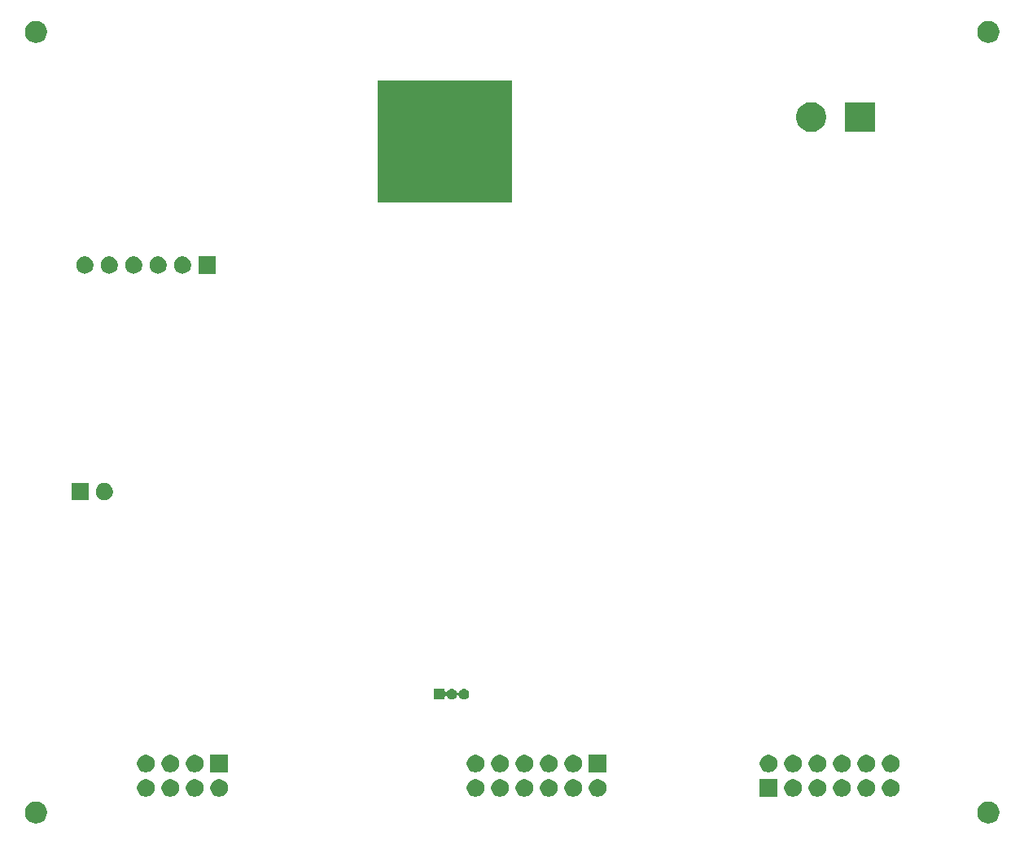
<source format=gbr>
G04 #@! TF.GenerationSoftware,KiCad,Pcbnew,(5.1.5-0-10_14)*
G04 #@! TF.CreationDate,2020-03-04T03:31:15+00:00*
G04 #@! TF.ProjectId,FunctionGeneratorCortexM4,46756e63-7469-46f6-9e47-656e65726174,rev?*
G04 #@! TF.SameCoordinates,Original*
G04 #@! TF.FileFunction,Soldermask,Bot*
G04 #@! TF.FilePolarity,Negative*
%FSLAX46Y46*%
G04 Gerber Fmt 4.6, Leading zero omitted, Abs format (unit mm)*
G04 Created by KiCad (PCBNEW (5.1.5-0-10_14)) date 2020-03-04 03:31:15*
%MOMM*%
%LPD*%
G04 APERTURE LIST*
%ADD10C,0.100000*%
G04 APERTURE END LIST*
D10*
G36*
X200884549Y-128411116D02*
G01*
X200995734Y-128433232D01*
X201205203Y-128519997D01*
X201393720Y-128645960D01*
X201554040Y-128806280D01*
X201680003Y-128994797D01*
X201766768Y-129204266D01*
X201811000Y-129426636D01*
X201811000Y-129653364D01*
X201766768Y-129875734D01*
X201680003Y-130085203D01*
X201554040Y-130273720D01*
X201393720Y-130434040D01*
X201205203Y-130560003D01*
X200995734Y-130646768D01*
X200884549Y-130668884D01*
X200773365Y-130691000D01*
X200546635Y-130691000D01*
X200435451Y-130668884D01*
X200324266Y-130646768D01*
X200114797Y-130560003D01*
X199926280Y-130434040D01*
X199765960Y-130273720D01*
X199639997Y-130085203D01*
X199553232Y-129875734D01*
X199509000Y-129653364D01*
X199509000Y-129426636D01*
X199553232Y-129204266D01*
X199639997Y-128994797D01*
X199765960Y-128806280D01*
X199926280Y-128645960D01*
X200114797Y-128519997D01*
X200324266Y-128433232D01*
X200435451Y-128411116D01*
X200546635Y-128389000D01*
X200773365Y-128389000D01*
X200884549Y-128411116D01*
G37*
G36*
X101824549Y-128411116D02*
G01*
X101935734Y-128433232D01*
X102145203Y-128519997D01*
X102333720Y-128645960D01*
X102494040Y-128806280D01*
X102620003Y-128994797D01*
X102706768Y-129204266D01*
X102751000Y-129426636D01*
X102751000Y-129653364D01*
X102706768Y-129875734D01*
X102620003Y-130085203D01*
X102494040Y-130273720D01*
X102333720Y-130434040D01*
X102145203Y-130560003D01*
X101935734Y-130646768D01*
X101824549Y-130668884D01*
X101713365Y-130691000D01*
X101486635Y-130691000D01*
X101375451Y-130668884D01*
X101264266Y-130646768D01*
X101054797Y-130560003D01*
X100866280Y-130434040D01*
X100705960Y-130273720D01*
X100579997Y-130085203D01*
X100493232Y-129875734D01*
X100449000Y-129653364D01*
X100449000Y-129426636D01*
X100493232Y-129204266D01*
X100579997Y-128994797D01*
X100705960Y-128806280D01*
X100866280Y-128645960D01*
X101054797Y-128519997D01*
X101264266Y-128433232D01*
X101375451Y-128411116D01*
X101486635Y-128389000D01*
X101713365Y-128389000D01*
X101824549Y-128411116D01*
G37*
G36*
X185686778Y-126120547D02*
G01*
X185853224Y-126189491D01*
X186003022Y-126289583D01*
X186130417Y-126416978D01*
X186230509Y-126566776D01*
X186299453Y-126733222D01*
X186334600Y-126909918D01*
X186334600Y-127090082D01*
X186299453Y-127266778D01*
X186230509Y-127433224D01*
X186130417Y-127583022D01*
X186003022Y-127710417D01*
X185853224Y-127810509D01*
X185686778Y-127879453D01*
X185510082Y-127914600D01*
X185329918Y-127914600D01*
X185153222Y-127879453D01*
X184986776Y-127810509D01*
X184836978Y-127710417D01*
X184709583Y-127583022D01*
X184609491Y-127433224D01*
X184540547Y-127266778D01*
X184505400Y-127090082D01*
X184505400Y-126909918D01*
X184540547Y-126733222D01*
X184609491Y-126566776D01*
X184709583Y-126416978D01*
X184836978Y-126289583D01*
X184986776Y-126189491D01*
X185153222Y-126120547D01*
X185329918Y-126085400D01*
X185510082Y-126085400D01*
X185686778Y-126120547D01*
G37*
G36*
X183146778Y-126120547D02*
G01*
X183313224Y-126189491D01*
X183463022Y-126289583D01*
X183590417Y-126416978D01*
X183690509Y-126566776D01*
X183759453Y-126733222D01*
X183794600Y-126909918D01*
X183794600Y-127090082D01*
X183759453Y-127266778D01*
X183690509Y-127433224D01*
X183590417Y-127583022D01*
X183463022Y-127710417D01*
X183313224Y-127810509D01*
X183146778Y-127879453D01*
X182970082Y-127914600D01*
X182789918Y-127914600D01*
X182613222Y-127879453D01*
X182446776Y-127810509D01*
X182296978Y-127710417D01*
X182169583Y-127583022D01*
X182069491Y-127433224D01*
X182000547Y-127266778D01*
X181965400Y-127090082D01*
X181965400Y-126909918D01*
X182000547Y-126733222D01*
X182069491Y-126566776D01*
X182169583Y-126416978D01*
X182296978Y-126289583D01*
X182446776Y-126189491D01*
X182613222Y-126120547D01*
X182789918Y-126085400D01*
X182970082Y-126085400D01*
X183146778Y-126120547D01*
G37*
G36*
X180606778Y-126120547D02*
G01*
X180773224Y-126189491D01*
X180923022Y-126289583D01*
X181050417Y-126416978D01*
X181150509Y-126566776D01*
X181219453Y-126733222D01*
X181254600Y-126909918D01*
X181254600Y-127090082D01*
X181219453Y-127266778D01*
X181150509Y-127433224D01*
X181050417Y-127583022D01*
X180923022Y-127710417D01*
X180773224Y-127810509D01*
X180606778Y-127879453D01*
X180430082Y-127914600D01*
X180249918Y-127914600D01*
X180073222Y-127879453D01*
X179906776Y-127810509D01*
X179756978Y-127710417D01*
X179629583Y-127583022D01*
X179529491Y-127433224D01*
X179460547Y-127266778D01*
X179425400Y-127090082D01*
X179425400Y-126909918D01*
X179460547Y-126733222D01*
X179529491Y-126566776D01*
X179629583Y-126416978D01*
X179756978Y-126289583D01*
X179906776Y-126189491D01*
X180073222Y-126120547D01*
X180249918Y-126085400D01*
X180430082Y-126085400D01*
X180606778Y-126120547D01*
G37*
G36*
X178714600Y-127914600D02*
G01*
X176885400Y-127914600D01*
X176885400Y-126085400D01*
X178714600Y-126085400D01*
X178714600Y-127914600D01*
G37*
G36*
X160286778Y-126120547D02*
G01*
X160453224Y-126189491D01*
X160603022Y-126289583D01*
X160730417Y-126416978D01*
X160830509Y-126566776D01*
X160899453Y-126733222D01*
X160934600Y-126909918D01*
X160934600Y-127090082D01*
X160899453Y-127266778D01*
X160830509Y-127433224D01*
X160730417Y-127583022D01*
X160603022Y-127710417D01*
X160453224Y-127810509D01*
X160286778Y-127879453D01*
X160110082Y-127914600D01*
X159929918Y-127914600D01*
X159753222Y-127879453D01*
X159586776Y-127810509D01*
X159436978Y-127710417D01*
X159309583Y-127583022D01*
X159209491Y-127433224D01*
X159140547Y-127266778D01*
X159105400Y-127090082D01*
X159105400Y-126909918D01*
X159140547Y-126733222D01*
X159209491Y-126566776D01*
X159309583Y-126416978D01*
X159436978Y-126289583D01*
X159586776Y-126189491D01*
X159753222Y-126120547D01*
X159929918Y-126085400D01*
X160110082Y-126085400D01*
X160286778Y-126120547D01*
G37*
G36*
X157746778Y-126120547D02*
G01*
X157913224Y-126189491D01*
X158063022Y-126289583D01*
X158190417Y-126416978D01*
X158290509Y-126566776D01*
X158359453Y-126733222D01*
X158394600Y-126909918D01*
X158394600Y-127090082D01*
X158359453Y-127266778D01*
X158290509Y-127433224D01*
X158190417Y-127583022D01*
X158063022Y-127710417D01*
X157913224Y-127810509D01*
X157746778Y-127879453D01*
X157570082Y-127914600D01*
X157389918Y-127914600D01*
X157213222Y-127879453D01*
X157046776Y-127810509D01*
X156896978Y-127710417D01*
X156769583Y-127583022D01*
X156669491Y-127433224D01*
X156600547Y-127266778D01*
X156565400Y-127090082D01*
X156565400Y-126909918D01*
X156600547Y-126733222D01*
X156669491Y-126566776D01*
X156769583Y-126416978D01*
X156896978Y-126289583D01*
X157046776Y-126189491D01*
X157213222Y-126120547D01*
X157389918Y-126085400D01*
X157570082Y-126085400D01*
X157746778Y-126120547D01*
G37*
G36*
X155206778Y-126120547D02*
G01*
X155373224Y-126189491D01*
X155523022Y-126289583D01*
X155650417Y-126416978D01*
X155750509Y-126566776D01*
X155819453Y-126733222D01*
X155854600Y-126909918D01*
X155854600Y-127090082D01*
X155819453Y-127266778D01*
X155750509Y-127433224D01*
X155650417Y-127583022D01*
X155523022Y-127710417D01*
X155373224Y-127810509D01*
X155206778Y-127879453D01*
X155030082Y-127914600D01*
X154849918Y-127914600D01*
X154673222Y-127879453D01*
X154506776Y-127810509D01*
X154356978Y-127710417D01*
X154229583Y-127583022D01*
X154129491Y-127433224D01*
X154060547Y-127266778D01*
X154025400Y-127090082D01*
X154025400Y-126909918D01*
X154060547Y-126733222D01*
X154129491Y-126566776D01*
X154229583Y-126416978D01*
X154356978Y-126289583D01*
X154506776Y-126189491D01*
X154673222Y-126120547D01*
X154849918Y-126085400D01*
X155030082Y-126085400D01*
X155206778Y-126120547D01*
G37*
G36*
X152666778Y-126120547D02*
G01*
X152833224Y-126189491D01*
X152983022Y-126289583D01*
X153110417Y-126416978D01*
X153210509Y-126566776D01*
X153279453Y-126733222D01*
X153314600Y-126909918D01*
X153314600Y-127090082D01*
X153279453Y-127266778D01*
X153210509Y-127433224D01*
X153110417Y-127583022D01*
X152983022Y-127710417D01*
X152833224Y-127810509D01*
X152666778Y-127879453D01*
X152490082Y-127914600D01*
X152309918Y-127914600D01*
X152133222Y-127879453D01*
X151966776Y-127810509D01*
X151816978Y-127710417D01*
X151689583Y-127583022D01*
X151589491Y-127433224D01*
X151520547Y-127266778D01*
X151485400Y-127090082D01*
X151485400Y-126909918D01*
X151520547Y-126733222D01*
X151589491Y-126566776D01*
X151689583Y-126416978D01*
X151816978Y-126289583D01*
X151966776Y-126189491D01*
X152133222Y-126120547D01*
X152309918Y-126085400D01*
X152490082Y-126085400D01*
X152666778Y-126120547D01*
G37*
G36*
X150126778Y-126120547D02*
G01*
X150293224Y-126189491D01*
X150443022Y-126289583D01*
X150570417Y-126416978D01*
X150670509Y-126566776D01*
X150739453Y-126733222D01*
X150774600Y-126909918D01*
X150774600Y-127090082D01*
X150739453Y-127266778D01*
X150670509Y-127433224D01*
X150570417Y-127583022D01*
X150443022Y-127710417D01*
X150293224Y-127810509D01*
X150126778Y-127879453D01*
X149950082Y-127914600D01*
X149769918Y-127914600D01*
X149593222Y-127879453D01*
X149426776Y-127810509D01*
X149276978Y-127710417D01*
X149149583Y-127583022D01*
X149049491Y-127433224D01*
X148980547Y-127266778D01*
X148945400Y-127090082D01*
X148945400Y-126909918D01*
X148980547Y-126733222D01*
X149049491Y-126566776D01*
X149149583Y-126416978D01*
X149276978Y-126289583D01*
X149426776Y-126189491D01*
X149593222Y-126120547D01*
X149769918Y-126085400D01*
X149950082Y-126085400D01*
X150126778Y-126120547D01*
G37*
G36*
X147586778Y-126120547D02*
G01*
X147753224Y-126189491D01*
X147903022Y-126289583D01*
X148030417Y-126416978D01*
X148130509Y-126566776D01*
X148199453Y-126733222D01*
X148234600Y-126909918D01*
X148234600Y-127090082D01*
X148199453Y-127266778D01*
X148130509Y-127433224D01*
X148030417Y-127583022D01*
X147903022Y-127710417D01*
X147753224Y-127810509D01*
X147586778Y-127879453D01*
X147410082Y-127914600D01*
X147229918Y-127914600D01*
X147053222Y-127879453D01*
X146886776Y-127810509D01*
X146736978Y-127710417D01*
X146609583Y-127583022D01*
X146509491Y-127433224D01*
X146440547Y-127266778D01*
X146405400Y-127090082D01*
X146405400Y-126909918D01*
X146440547Y-126733222D01*
X146509491Y-126566776D01*
X146609583Y-126416978D01*
X146736978Y-126289583D01*
X146886776Y-126189491D01*
X147053222Y-126120547D01*
X147229918Y-126085400D01*
X147410082Y-126085400D01*
X147586778Y-126120547D01*
G37*
G36*
X120916778Y-126120547D02*
G01*
X121083224Y-126189491D01*
X121233022Y-126289583D01*
X121360417Y-126416978D01*
X121460509Y-126566776D01*
X121529453Y-126733222D01*
X121564600Y-126909918D01*
X121564600Y-127090082D01*
X121529453Y-127266778D01*
X121460509Y-127433224D01*
X121360417Y-127583022D01*
X121233022Y-127710417D01*
X121083224Y-127810509D01*
X120916778Y-127879453D01*
X120740082Y-127914600D01*
X120559918Y-127914600D01*
X120383222Y-127879453D01*
X120216776Y-127810509D01*
X120066978Y-127710417D01*
X119939583Y-127583022D01*
X119839491Y-127433224D01*
X119770547Y-127266778D01*
X119735400Y-127090082D01*
X119735400Y-126909918D01*
X119770547Y-126733222D01*
X119839491Y-126566776D01*
X119939583Y-126416978D01*
X120066978Y-126289583D01*
X120216776Y-126189491D01*
X120383222Y-126120547D01*
X120559918Y-126085400D01*
X120740082Y-126085400D01*
X120916778Y-126120547D01*
G37*
G36*
X118376778Y-126120547D02*
G01*
X118543224Y-126189491D01*
X118693022Y-126289583D01*
X118820417Y-126416978D01*
X118920509Y-126566776D01*
X118989453Y-126733222D01*
X119024600Y-126909918D01*
X119024600Y-127090082D01*
X118989453Y-127266778D01*
X118920509Y-127433224D01*
X118820417Y-127583022D01*
X118693022Y-127710417D01*
X118543224Y-127810509D01*
X118376778Y-127879453D01*
X118200082Y-127914600D01*
X118019918Y-127914600D01*
X117843222Y-127879453D01*
X117676776Y-127810509D01*
X117526978Y-127710417D01*
X117399583Y-127583022D01*
X117299491Y-127433224D01*
X117230547Y-127266778D01*
X117195400Y-127090082D01*
X117195400Y-126909918D01*
X117230547Y-126733222D01*
X117299491Y-126566776D01*
X117399583Y-126416978D01*
X117526978Y-126289583D01*
X117676776Y-126189491D01*
X117843222Y-126120547D01*
X118019918Y-126085400D01*
X118200082Y-126085400D01*
X118376778Y-126120547D01*
G37*
G36*
X115836778Y-126120547D02*
G01*
X116003224Y-126189491D01*
X116153022Y-126289583D01*
X116280417Y-126416978D01*
X116380509Y-126566776D01*
X116449453Y-126733222D01*
X116484600Y-126909918D01*
X116484600Y-127090082D01*
X116449453Y-127266778D01*
X116380509Y-127433224D01*
X116280417Y-127583022D01*
X116153022Y-127710417D01*
X116003224Y-127810509D01*
X115836778Y-127879453D01*
X115660082Y-127914600D01*
X115479918Y-127914600D01*
X115303222Y-127879453D01*
X115136776Y-127810509D01*
X114986978Y-127710417D01*
X114859583Y-127583022D01*
X114759491Y-127433224D01*
X114690547Y-127266778D01*
X114655400Y-127090082D01*
X114655400Y-126909918D01*
X114690547Y-126733222D01*
X114759491Y-126566776D01*
X114859583Y-126416978D01*
X114986978Y-126289583D01*
X115136776Y-126189491D01*
X115303222Y-126120547D01*
X115479918Y-126085400D01*
X115660082Y-126085400D01*
X115836778Y-126120547D01*
G37*
G36*
X113296778Y-126120547D02*
G01*
X113463224Y-126189491D01*
X113613022Y-126289583D01*
X113740417Y-126416978D01*
X113840509Y-126566776D01*
X113909453Y-126733222D01*
X113944600Y-126909918D01*
X113944600Y-127090082D01*
X113909453Y-127266778D01*
X113840509Y-127433224D01*
X113740417Y-127583022D01*
X113613022Y-127710417D01*
X113463224Y-127810509D01*
X113296778Y-127879453D01*
X113120082Y-127914600D01*
X112939918Y-127914600D01*
X112763222Y-127879453D01*
X112596776Y-127810509D01*
X112446978Y-127710417D01*
X112319583Y-127583022D01*
X112219491Y-127433224D01*
X112150547Y-127266778D01*
X112115400Y-127090082D01*
X112115400Y-126909918D01*
X112150547Y-126733222D01*
X112219491Y-126566776D01*
X112319583Y-126416978D01*
X112446978Y-126289583D01*
X112596776Y-126189491D01*
X112763222Y-126120547D01*
X112939918Y-126085400D01*
X113120082Y-126085400D01*
X113296778Y-126120547D01*
G37*
G36*
X190766778Y-126120547D02*
G01*
X190933224Y-126189491D01*
X191083022Y-126289583D01*
X191210417Y-126416978D01*
X191310509Y-126566776D01*
X191379453Y-126733222D01*
X191414600Y-126909918D01*
X191414600Y-127090082D01*
X191379453Y-127266778D01*
X191310509Y-127433224D01*
X191210417Y-127583022D01*
X191083022Y-127710417D01*
X190933224Y-127810509D01*
X190766778Y-127879453D01*
X190590082Y-127914600D01*
X190409918Y-127914600D01*
X190233222Y-127879453D01*
X190066776Y-127810509D01*
X189916978Y-127710417D01*
X189789583Y-127583022D01*
X189689491Y-127433224D01*
X189620547Y-127266778D01*
X189585400Y-127090082D01*
X189585400Y-126909918D01*
X189620547Y-126733222D01*
X189689491Y-126566776D01*
X189789583Y-126416978D01*
X189916978Y-126289583D01*
X190066776Y-126189491D01*
X190233222Y-126120547D01*
X190409918Y-126085400D01*
X190590082Y-126085400D01*
X190766778Y-126120547D01*
G37*
G36*
X188226778Y-126120547D02*
G01*
X188393224Y-126189491D01*
X188543022Y-126289583D01*
X188670417Y-126416978D01*
X188770509Y-126566776D01*
X188839453Y-126733222D01*
X188874600Y-126909918D01*
X188874600Y-127090082D01*
X188839453Y-127266778D01*
X188770509Y-127433224D01*
X188670417Y-127583022D01*
X188543022Y-127710417D01*
X188393224Y-127810509D01*
X188226778Y-127879453D01*
X188050082Y-127914600D01*
X187869918Y-127914600D01*
X187693222Y-127879453D01*
X187526776Y-127810509D01*
X187376978Y-127710417D01*
X187249583Y-127583022D01*
X187149491Y-127433224D01*
X187080547Y-127266778D01*
X187045400Y-127090082D01*
X187045400Y-126909918D01*
X187080547Y-126733222D01*
X187149491Y-126566776D01*
X187249583Y-126416978D01*
X187376978Y-126289583D01*
X187526776Y-126189491D01*
X187693222Y-126120547D01*
X187869918Y-126085400D01*
X188050082Y-126085400D01*
X188226778Y-126120547D01*
G37*
G36*
X118376778Y-123580547D02*
G01*
X118543224Y-123649491D01*
X118693022Y-123749583D01*
X118820417Y-123876978D01*
X118920509Y-124026776D01*
X118989453Y-124193222D01*
X119024600Y-124369918D01*
X119024600Y-124550082D01*
X118989453Y-124726778D01*
X118920509Y-124893224D01*
X118820417Y-125043022D01*
X118693022Y-125170417D01*
X118543224Y-125270509D01*
X118376778Y-125339453D01*
X118200082Y-125374600D01*
X118019918Y-125374600D01*
X117843222Y-125339453D01*
X117676776Y-125270509D01*
X117526978Y-125170417D01*
X117399583Y-125043022D01*
X117299491Y-124893224D01*
X117230547Y-124726778D01*
X117195400Y-124550082D01*
X117195400Y-124369918D01*
X117230547Y-124193222D01*
X117299491Y-124026776D01*
X117399583Y-123876978D01*
X117526978Y-123749583D01*
X117676776Y-123649491D01*
X117843222Y-123580547D01*
X118019918Y-123545400D01*
X118200082Y-123545400D01*
X118376778Y-123580547D01*
G37*
G36*
X113296778Y-123580547D02*
G01*
X113463224Y-123649491D01*
X113613022Y-123749583D01*
X113740417Y-123876978D01*
X113840509Y-124026776D01*
X113909453Y-124193222D01*
X113944600Y-124369918D01*
X113944600Y-124550082D01*
X113909453Y-124726778D01*
X113840509Y-124893224D01*
X113740417Y-125043022D01*
X113613022Y-125170417D01*
X113463224Y-125270509D01*
X113296778Y-125339453D01*
X113120082Y-125374600D01*
X112939918Y-125374600D01*
X112763222Y-125339453D01*
X112596776Y-125270509D01*
X112446978Y-125170417D01*
X112319583Y-125043022D01*
X112219491Y-124893224D01*
X112150547Y-124726778D01*
X112115400Y-124550082D01*
X112115400Y-124369918D01*
X112150547Y-124193222D01*
X112219491Y-124026776D01*
X112319583Y-123876978D01*
X112446978Y-123749583D01*
X112596776Y-123649491D01*
X112763222Y-123580547D01*
X112939918Y-123545400D01*
X113120082Y-123545400D01*
X113296778Y-123580547D01*
G37*
G36*
X115836778Y-123580547D02*
G01*
X116003224Y-123649491D01*
X116153022Y-123749583D01*
X116280417Y-123876978D01*
X116380509Y-124026776D01*
X116449453Y-124193222D01*
X116484600Y-124369918D01*
X116484600Y-124550082D01*
X116449453Y-124726778D01*
X116380509Y-124893224D01*
X116280417Y-125043022D01*
X116153022Y-125170417D01*
X116003224Y-125270509D01*
X115836778Y-125339453D01*
X115660082Y-125374600D01*
X115479918Y-125374600D01*
X115303222Y-125339453D01*
X115136776Y-125270509D01*
X114986978Y-125170417D01*
X114859583Y-125043022D01*
X114759491Y-124893224D01*
X114690547Y-124726778D01*
X114655400Y-124550082D01*
X114655400Y-124369918D01*
X114690547Y-124193222D01*
X114759491Y-124026776D01*
X114859583Y-123876978D01*
X114986978Y-123749583D01*
X115136776Y-123649491D01*
X115303222Y-123580547D01*
X115479918Y-123545400D01*
X115660082Y-123545400D01*
X115836778Y-123580547D01*
G37*
G36*
X160934600Y-125374600D02*
G01*
X159105400Y-125374600D01*
X159105400Y-123545400D01*
X160934600Y-123545400D01*
X160934600Y-125374600D01*
G37*
G36*
X121564600Y-125374600D02*
G01*
X119735400Y-125374600D01*
X119735400Y-123545400D01*
X121564600Y-123545400D01*
X121564600Y-125374600D01*
G37*
G36*
X157746778Y-123580547D02*
G01*
X157913224Y-123649491D01*
X158063022Y-123749583D01*
X158190417Y-123876978D01*
X158290509Y-124026776D01*
X158359453Y-124193222D01*
X158394600Y-124369918D01*
X158394600Y-124550082D01*
X158359453Y-124726778D01*
X158290509Y-124893224D01*
X158190417Y-125043022D01*
X158063022Y-125170417D01*
X157913224Y-125270509D01*
X157746778Y-125339453D01*
X157570082Y-125374600D01*
X157389918Y-125374600D01*
X157213222Y-125339453D01*
X157046776Y-125270509D01*
X156896978Y-125170417D01*
X156769583Y-125043022D01*
X156669491Y-124893224D01*
X156600547Y-124726778D01*
X156565400Y-124550082D01*
X156565400Y-124369918D01*
X156600547Y-124193222D01*
X156669491Y-124026776D01*
X156769583Y-123876978D01*
X156896978Y-123749583D01*
X157046776Y-123649491D01*
X157213222Y-123580547D01*
X157389918Y-123545400D01*
X157570082Y-123545400D01*
X157746778Y-123580547D01*
G37*
G36*
X147586778Y-123580547D02*
G01*
X147753224Y-123649491D01*
X147903022Y-123749583D01*
X148030417Y-123876978D01*
X148130509Y-124026776D01*
X148199453Y-124193222D01*
X148234600Y-124369918D01*
X148234600Y-124550082D01*
X148199453Y-124726778D01*
X148130509Y-124893224D01*
X148030417Y-125043022D01*
X147903022Y-125170417D01*
X147753224Y-125270509D01*
X147586778Y-125339453D01*
X147410082Y-125374600D01*
X147229918Y-125374600D01*
X147053222Y-125339453D01*
X146886776Y-125270509D01*
X146736978Y-125170417D01*
X146609583Y-125043022D01*
X146509491Y-124893224D01*
X146440547Y-124726778D01*
X146405400Y-124550082D01*
X146405400Y-124369918D01*
X146440547Y-124193222D01*
X146509491Y-124026776D01*
X146609583Y-123876978D01*
X146736978Y-123749583D01*
X146886776Y-123649491D01*
X147053222Y-123580547D01*
X147229918Y-123545400D01*
X147410082Y-123545400D01*
X147586778Y-123580547D01*
G37*
G36*
X155206778Y-123580547D02*
G01*
X155373224Y-123649491D01*
X155523022Y-123749583D01*
X155650417Y-123876978D01*
X155750509Y-124026776D01*
X155819453Y-124193222D01*
X155854600Y-124369918D01*
X155854600Y-124550082D01*
X155819453Y-124726778D01*
X155750509Y-124893224D01*
X155650417Y-125043022D01*
X155523022Y-125170417D01*
X155373224Y-125270509D01*
X155206778Y-125339453D01*
X155030082Y-125374600D01*
X154849918Y-125374600D01*
X154673222Y-125339453D01*
X154506776Y-125270509D01*
X154356978Y-125170417D01*
X154229583Y-125043022D01*
X154129491Y-124893224D01*
X154060547Y-124726778D01*
X154025400Y-124550082D01*
X154025400Y-124369918D01*
X154060547Y-124193222D01*
X154129491Y-124026776D01*
X154229583Y-123876978D01*
X154356978Y-123749583D01*
X154506776Y-123649491D01*
X154673222Y-123580547D01*
X154849918Y-123545400D01*
X155030082Y-123545400D01*
X155206778Y-123580547D01*
G37*
G36*
X150126778Y-123580547D02*
G01*
X150293224Y-123649491D01*
X150443022Y-123749583D01*
X150570417Y-123876978D01*
X150670509Y-124026776D01*
X150739453Y-124193222D01*
X150774600Y-124369918D01*
X150774600Y-124550082D01*
X150739453Y-124726778D01*
X150670509Y-124893224D01*
X150570417Y-125043022D01*
X150443022Y-125170417D01*
X150293224Y-125270509D01*
X150126778Y-125339453D01*
X149950082Y-125374600D01*
X149769918Y-125374600D01*
X149593222Y-125339453D01*
X149426776Y-125270509D01*
X149276978Y-125170417D01*
X149149583Y-125043022D01*
X149049491Y-124893224D01*
X148980547Y-124726778D01*
X148945400Y-124550082D01*
X148945400Y-124369918D01*
X148980547Y-124193222D01*
X149049491Y-124026776D01*
X149149583Y-123876978D01*
X149276978Y-123749583D01*
X149426776Y-123649491D01*
X149593222Y-123580547D01*
X149769918Y-123545400D01*
X149950082Y-123545400D01*
X150126778Y-123580547D01*
G37*
G36*
X152666778Y-123580547D02*
G01*
X152833224Y-123649491D01*
X152983022Y-123749583D01*
X153110417Y-123876978D01*
X153210509Y-124026776D01*
X153279453Y-124193222D01*
X153314600Y-124369918D01*
X153314600Y-124550082D01*
X153279453Y-124726778D01*
X153210509Y-124893224D01*
X153110417Y-125043022D01*
X152983022Y-125170417D01*
X152833224Y-125270509D01*
X152666778Y-125339453D01*
X152490082Y-125374600D01*
X152309918Y-125374600D01*
X152133222Y-125339453D01*
X151966776Y-125270509D01*
X151816978Y-125170417D01*
X151689583Y-125043022D01*
X151589491Y-124893224D01*
X151520547Y-124726778D01*
X151485400Y-124550082D01*
X151485400Y-124369918D01*
X151520547Y-124193222D01*
X151589491Y-124026776D01*
X151689583Y-123876978D01*
X151816978Y-123749583D01*
X151966776Y-123649491D01*
X152133222Y-123580547D01*
X152309918Y-123545400D01*
X152490082Y-123545400D01*
X152666778Y-123580547D01*
G37*
G36*
X190766778Y-123580547D02*
G01*
X190933224Y-123649491D01*
X191083022Y-123749583D01*
X191210417Y-123876978D01*
X191310509Y-124026776D01*
X191379453Y-124193222D01*
X191414600Y-124369918D01*
X191414600Y-124550082D01*
X191379453Y-124726778D01*
X191310509Y-124893224D01*
X191210417Y-125043022D01*
X191083022Y-125170417D01*
X190933224Y-125270509D01*
X190766778Y-125339453D01*
X190590082Y-125374600D01*
X190409918Y-125374600D01*
X190233222Y-125339453D01*
X190066776Y-125270509D01*
X189916978Y-125170417D01*
X189789583Y-125043022D01*
X189689491Y-124893224D01*
X189620547Y-124726778D01*
X189585400Y-124550082D01*
X189585400Y-124369918D01*
X189620547Y-124193222D01*
X189689491Y-124026776D01*
X189789583Y-123876978D01*
X189916978Y-123749583D01*
X190066776Y-123649491D01*
X190233222Y-123580547D01*
X190409918Y-123545400D01*
X190590082Y-123545400D01*
X190766778Y-123580547D01*
G37*
G36*
X188226778Y-123580547D02*
G01*
X188393224Y-123649491D01*
X188543022Y-123749583D01*
X188670417Y-123876978D01*
X188770509Y-124026776D01*
X188839453Y-124193222D01*
X188874600Y-124369918D01*
X188874600Y-124550082D01*
X188839453Y-124726778D01*
X188770509Y-124893224D01*
X188670417Y-125043022D01*
X188543022Y-125170417D01*
X188393224Y-125270509D01*
X188226778Y-125339453D01*
X188050082Y-125374600D01*
X187869918Y-125374600D01*
X187693222Y-125339453D01*
X187526776Y-125270509D01*
X187376978Y-125170417D01*
X187249583Y-125043022D01*
X187149491Y-124893224D01*
X187080547Y-124726778D01*
X187045400Y-124550082D01*
X187045400Y-124369918D01*
X187080547Y-124193222D01*
X187149491Y-124026776D01*
X187249583Y-123876978D01*
X187376978Y-123749583D01*
X187526776Y-123649491D01*
X187693222Y-123580547D01*
X187869918Y-123545400D01*
X188050082Y-123545400D01*
X188226778Y-123580547D01*
G37*
G36*
X185686778Y-123580547D02*
G01*
X185853224Y-123649491D01*
X186003022Y-123749583D01*
X186130417Y-123876978D01*
X186230509Y-124026776D01*
X186299453Y-124193222D01*
X186334600Y-124369918D01*
X186334600Y-124550082D01*
X186299453Y-124726778D01*
X186230509Y-124893224D01*
X186130417Y-125043022D01*
X186003022Y-125170417D01*
X185853224Y-125270509D01*
X185686778Y-125339453D01*
X185510082Y-125374600D01*
X185329918Y-125374600D01*
X185153222Y-125339453D01*
X184986776Y-125270509D01*
X184836978Y-125170417D01*
X184709583Y-125043022D01*
X184609491Y-124893224D01*
X184540547Y-124726778D01*
X184505400Y-124550082D01*
X184505400Y-124369918D01*
X184540547Y-124193222D01*
X184609491Y-124026776D01*
X184709583Y-123876978D01*
X184836978Y-123749583D01*
X184986776Y-123649491D01*
X185153222Y-123580547D01*
X185329918Y-123545400D01*
X185510082Y-123545400D01*
X185686778Y-123580547D01*
G37*
G36*
X178066778Y-123580547D02*
G01*
X178233224Y-123649491D01*
X178383022Y-123749583D01*
X178510417Y-123876978D01*
X178610509Y-124026776D01*
X178679453Y-124193222D01*
X178714600Y-124369918D01*
X178714600Y-124550082D01*
X178679453Y-124726778D01*
X178610509Y-124893224D01*
X178510417Y-125043022D01*
X178383022Y-125170417D01*
X178233224Y-125270509D01*
X178066778Y-125339453D01*
X177890082Y-125374600D01*
X177709918Y-125374600D01*
X177533222Y-125339453D01*
X177366776Y-125270509D01*
X177216978Y-125170417D01*
X177089583Y-125043022D01*
X176989491Y-124893224D01*
X176920547Y-124726778D01*
X176885400Y-124550082D01*
X176885400Y-124369918D01*
X176920547Y-124193222D01*
X176989491Y-124026776D01*
X177089583Y-123876978D01*
X177216978Y-123749583D01*
X177366776Y-123649491D01*
X177533222Y-123580547D01*
X177709918Y-123545400D01*
X177890082Y-123545400D01*
X178066778Y-123580547D01*
G37*
G36*
X183146778Y-123580547D02*
G01*
X183313224Y-123649491D01*
X183463022Y-123749583D01*
X183590417Y-123876978D01*
X183690509Y-124026776D01*
X183759453Y-124193222D01*
X183794600Y-124369918D01*
X183794600Y-124550082D01*
X183759453Y-124726778D01*
X183690509Y-124893224D01*
X183590417Y-125043022D01*
X183463022Y-125170417D01*
X183313224Y-125270509D01*
X183146778Y-125339453D01*
X182970082Y-125374600D01*
X182789918Y-125374600D01*
X182613222Y-125339453D01*
X182446776Y-125270509D01*
X182296978Y-125170417D01*
X182169583Y-125043022D01*
X182069491Y-124893224D01*
X182000547Y-124726778D01*
X181965400Y-124550082D01*
X181965400Y-124369918D01*
X182000547Y-124193222D01*
X182069491Y-124026776D01*
X182169583Y-123876978D01*
X182296978Y-123749583D01*
X182446776Y-123649491D01*
X182613222Y-123580547D01*
X182789918Y-123545400D01*
X182970082Y-123545400D01*
X183146778Y-123580547D01*
G37*
G36*
X180606778Y-123580547D02*
G01*
X180773224Y-123649491D01*
X180923022Y-123749583D01*
X181050417Y-123876978D01*
X181150509Y-124026776D01*
X181219453Y-124193222D01*
X181254600Y-124369918D01*
X181254600Y-124550082D01*
X181219453Y-124726778D01*
X181150509Y-124893224D01*
X181050417Y-125043022D01*
X180923022Y-125170417D01*
X180773224Y-125270509D01*
X180606778Y-125339453D01*
X180430082Y-125374600D01*
X180249918Y-125374600D01*
X180073222Y-125339453D01*
X179906776Y-125270509D01*
X179756978Y-125170417D01*
X179629583Y-125043022D01*
X179529491Y-124893224D01*
X179460547Y-124726778D01*
X179425400Y-124550082D01*
X179425400Y-124369918D01*
X179460547Y-124193222D01*
X179529491Y-124026776D01*
X179629583Y-123876978D01*
X179756978Y-123749583D01*
X179906776Y-123649491D01*
X180073222Y-123580547D01*
X180249918Y-123545400D01*
X180430082Y-123545400D01*
X180606778Y-123580547D01*
G37*
G36*
X144124500Y-116893218D02*
G01*
X144126902Y-116917604D01*
X144134015Y-116941053D01*
X144145566Y-116962664D01*
X144161111Y-116981606D01*
X144180053Y-116997151D01*
X144201664Y-117008702D01*
X144225113Y-117015815D01*
X144249499Y-117018217D01*
X144273885Y-117015815D01*
X144297334Y-117008702D01*
X144318945Y-116997151D01*
X144337887Y-116981606D01*
X144353432Y-116962664D01*
X144415509Y-116869760D01*
X144415510Y-116869758D01*
X144492258Y-116793010D01*
X144582504Y-116732710D01*
X144582505Y-116732709D01*
X144682779Y-116691174D01*
X144789230Y-116670000D01*
X144897770Y-116670000D01*
X145004221Y-116691174D01*
X145104495Y-116732709D01*
X145104496Y-116732710D01*
X145194742Y-116793010D01*
X145271490Y-116869758D01*
X145271491Y-116869760D01*
X145331791Y-116960005D01*
X145363016Y-117035389D01*
X145374567Y-117057000D01*
X145390112Y-117075941D01*
X145409054Y-117091487D01*
X145430665Y-117103038D01*
X145454114Y-117110151D01*
X145478500Y-117112553D01*
X145502886Y-117110151D01*
X145526335Y-117103038D01*
X145547946Y-117091487D01*
X145566887Y-117075942D01*
X145582433Y-117057000D01*
X145593984Y-117035389D01*
X145625209Y-116960005D01*
X145685509Y-116869760D01*
X145685510Y-116869758D01*
X145762258Y-116793010D01*
X145852504Y-116732710D01*
X145852505Y-116732709D01*
X145952779Y-116691174D01*
X146059230Y-116670000D01*
X146167770Y-116670000D01*
X146274221Y-116691174D01*
X146374495Y-116732709D01*
X146374496Y-116732710D01*
X146464742Y-116793010D01*
X146541490Y-116869758D01*
X146541491Y-116869760D01*
X146601791Y-116960005D01*
X146643326Y-117060279D01*
X146664500Y-117166730D01*
X146664500Y-117275270D01*
X146643326Y-117381721D01*
X146601791Y-117481995D01*
X146601790Y-117481996D01*
X146541490Y-117572242D01*
X146464742Y-117648990D01*
X146419312Y-117679345D01*
X146374495Y-117709291D01*
X146274221Y-117750826D01*
X146167770Y-117772000D01*
X146059230Y-117772000D01*
X145952779Y-117750826D01*
X145852505Y-117709291D01*
X145807688Y-117679345D01*
X145762258Y-117648990D01*
X145685510Y-117572242D01*
X145625210Y-117481996D01*
X145625209Y-117481995D01*
X145593984Y-117406611D01*
X145582433Y-117385000D01*
X145566888Y-117366059D01*
X145547946Y-117350513D01*
X145526335Y-117338962D01*
X145502886Y-117331849D01*
X145478500Y-117329447D01*
X145454114Y-117331849D01*
X145430665Y-117338962D01*
X145409054Y-117350513D01*
X145390113Y-117366058D01*
X145374567Y-117385000D01*
X145363016Y-117406611D01*
X145331791Y-117481995D01*
X145331790Y-117481996D01*
X145271490Y-117572242D01*
X145194742Y-117648990D01*
X145149312Y-117679345D01*
X145104495Y-117709291D01*
X145004221Y-117750826D01*
X144897770Y-117772000D01*
X144789230Y-117772000D01*
X144682779Y-117750826D01*
X144582505Y-117709291D01*
X144537688Y-117679345D01*
X144492258Y-117648990D01*
X144415510Y-117572242D01*
X144394512Y-117540816D01*
X144353432Y-117479336D01*
X144337886Y-117460394D01*
X144318944Y-117444849D01*
X144297333Y-117433298D01*
X144273885Y-117426185D01*
X144249498Y-117423783D01*
X144225112Y-117426185D01*
X144201663Y-117433298D01*
X144180053Y-117444849D01*
X144161111Y-117460395D01*
X144145566Y-117479337D01*
X144134015Y-117500948D01*
X144126902Y-117524396D01*
X144124500Y-117548782D01*
X144124500Y-117772000D01*
X143022500Y-117772000D01*
X143022500Y-116670000D01*
X144124500Y-116670000D01*
X144124500Y-116893218D01*
G37*
G36*
X108825512Y-95242927D02*
G01*
X108974812Y-95272624D01*
X109138784Y-95340544D01*
X109286354Y-95439147D01*
X109411853Y-95564646D01*
X109510456Y-95712216D01*
X109578376Y-95876188D01*
X109613000Y-96050259D01*
X109613000Y-96227741D01*
X109578376Y-96401812D01*
X109510456Y-96565784D01*
X109411853Y-96713354D01*
X109286354Y-96838853D01*
X109138784Y-96937456D01*
X108974812Y-97005376D01*
X108825512Y-97035073D01*
X108800742Y-97040000D01*
X108623258Y-97040000D01*
X108598488Y-97035073D01*
X108449188Y-97005376D01*
X108285216Y-96937456D01*
X108137646Y-96838853D01*
X108012147Y-96713354D01*
X107913544Y-96565784D01*
X107845624Y-96401812D01*
X107811000Y-96227741D01*
X107811000Y-96050259D01*
X107845624Y-95876188D01*
X107913544Y-95712216D01*
X108012147Y-95564646D01*
X108137646Y-95439147D01*
X108285216Y-95340544D01*
X108449188Y-95272624D01*
X108598488Y-95242927D01*
X108623258Y-95238000D01*
X108800742Y-95238000D01*
X108825512Y-95242927D01*
G37*
G36*
X107073000Y-97040000D02*
G01*
X105271000Y-97040000D01*
X105271000Y-95238000D01*
X107073000Y-95238000D01*
X107073000Y-97040000D01*
G37*
G36*
X106793512Y-71646327D02*
G01*
X106942812Y-71676024D01*
X107106784Y-71743944D01*
X107254354Y-71842547D01*
X107379853Y-71968046D01*
X107478456Y-72115616D01*
X107546376Y-72279588D01*
X107581000Y-72453659D01*
X107581000Y-72631141D01*
X107546376Y-72805212D01*
X107478456Y-72969184D01*
X107379853Y-73116754D01*
X107254354Y-73242253D01*
X107106784Y-73340856D01*
X106942812Y-73408776D01*
X106793512Y-73438473D01*
X106768742Y-73443400D01*
X106591258Y-73443400D01*
X106566488Y-73438473D01*
X106417188Y-73408776D01*
X106253216Y-73340856D01*
X106105646Y-73242253D01*
X105980147Y-73116754D01*
X105881544Y-72969184D01*
X105813624Y-72805212D01*
X105779000Y-72631141D01*
X105779000Y-72453659D01*
X105813624Y-72279588D01*
X105881544Y-72115616D01*
X105980147Y-71968046D01*
X106105646Y-71842547D01*
X106253216Y-71743944D01*
X106417188Y-71676024D01*
X106566488Y-71646327D01*
X106591258Y-71641400D01*
X106768742Y-71641400D01*
X106793512Y-71646327D01*
G37*
G36*
X109333512Y-71646327D02*
G01*
X109482812Y-71676024D01*
X109646784Y-71743944D01*
X109794354Y-71842547D01*
X109919853Y-71968046D01*
X110018456Y-72115616D01*
X110086376Y-72279588D01*
X110121000Y-72453659D01*
X110121000Y-72631141D01*
X110086376Y-72805212D01*
X110018456Y-72969184D01*
X109919853Y-73116754D01*
X109794354Y-73242253D01*
X109646784Y-73340856D01*
X109482812Y-73408776D01*
X109333512Y-73438473D01*
X109308742Y-73443400D01*
X109131258Y-73443400D01*
X109106488Y-73438473D01*
X108957188Y-73408776D01*
X108793216Y-73340856D01*
X108645646Y-73242253D01*
X108520147Y-73116754D01*
X108421544Y-72969184D01*
X108353624Y-72805212D01*
X108319000Y-72631141D01*
X108319000Y-72453659D01*
X108353624Y-72279588D01*
X108421544Y-72115616D01*
X108520147Y-71968046D01*
X108645646Y-71842547D01*
X108793216Y-71743944D01*
X108957188Y-71676024D01*
X109106488Y-71646327D01*
X109131258Y-71641400D01*
X109308742Y-71641400D01*
X109333512Y-71646327D01*
G37*
G36*
X111873512Y-71646327D02*
G01*
X112022812Y-71676024D01*
X112186784Y-71743944D01*
X112334354Y-71842547D01*
X112459853Y-71968046D01*
X112558456Y-72115616D01*
X112626376Y-72279588D01*
X112661000Y-72453659D01*
X112661000Y-72631141D01*
X112626376Y-72805212D01*
X112558456Y-72969184D01*
X112459853Y-73116754D01*
X112334354Y-73242253D01*
X112186784Y-73340856D01*
X112022812Y-73408776D01*
X111873512Y-73438473D01*
X111848742Y-73443400D01*
X111671258Y-73443400D01*
X111646488Y-73438473D01*
X111497188Y-73408776D01*
X111333216Y-73340856D01*
X111185646Y-73242253D01*
X111060147Y-73116754D01*
X110961544Y-72969184D01*
X110893624Y-72805212D01*
X110859000Y-72631141D01*
X110859000Y-72453659D01*
X110893624Y-72279588D01*
X110961544Y-72115616D01*
X111060147Y-71968046D01*
X111185646Y-71842547D01*
X111333216Y-71743944D01*
X111497188Y-71676024D01*
X111646488Y-71646327D01*
X111671258Y-71641400D01*
X111848742Y-71641400D01*
X111873512Y-71646327D01*
G37*
G36*
X114413512Y-71646327D02*
G01*
X114562812Y-71676024D01*
X114726784Y-71743944D01*
X114874354Y-71842547D01*
X114999853Y-71968046D01*
X115098456Y-72115616D01*
X115166376Y-72279588D01*
X115201000Y-72453659D01*
X115201000Y-72631141D01*
X115166376Y-72805212D01*
X115098456Y-72969184D01*
X114999853Y-73116754D01*
X114874354Y-73242253D01*
X114726784Y-73340856D01*
X114562812Y-73408776D01*
X114413512Y-73438473D01*
X114388742Y-73443400D01*
X114211258Y-73443400D01*
X114186488Y-73438473D01*
X114037188Y-73408776D01*
X113873216Y-73340856D01*
X113725646Y-73242253D01*
X113600147Y-73116754D01*
X113501544Y-72969184D01*
X113433624Y-72805212D01*
X113399000Y-72631141D01*
X113399000Y-72453659D01*
X113433624Y-72279588D01*
X113501544Y-72115616D01*
X113600147Y-71968046D01*
X113725646Y-71842547D01*
X113873216Y-71743944D01*
X114037188Y-71676024D01*
X114186488Y-71646327D01*
X114211258Y-71641400D01*
X114388742Y-71641400D01*
X114413512Y-71646327D01*
G37*
G36*
X116953512Y-71646327D02*
G01*
X117102812Y-71676024D01*
X117266784Y-71743944D01*
X117414354Y-71842547D01*
X117539853Y-71968046D01*
X117638456Y-72115616D01*
X117706376Y-72279588D01*
X117741000Y-72453659D01*
X117741000Y-72631141D01*
X117706376Y-72805212D01*
X117638456Y-72969184D01*
X117539853Y-73116754D01*
X117414354Y-73242253D01*
X117266784Y-73340856D01*
X117102812Y-73408776D01*
X116953512Y-73438473D01*
X116928742Y-73443400D01*
X116751258Y-73443400D01*
X116726488Y-73438473D01*
X116577188Y-73408776D01*
X116413216Y-73340856D01*
X116265646Y-73242253D01*
X116140147Y-73116754D01*
X116041544Y-72969184D01*
X115973624Y-72805212D01*
X115939000Y-72631141D01*
X115939000Y-72453659D01*
X115973624Y-72279588D01*
X116041544Y-72115616D01*
X116140147Y-71968046D01*
X116265646Y-71842547D01*
X116413216Y-71743944D01*
X116577188Y-71676024D01*
X116726488Y-71646327D01*
X116751258Y-71641400D01*
X116928742Y-71641400D01*
X116953512Y-71646327D01*
G37*
G36*
X120281000Y-73443400D02*
G01*
X118479000Y-73443400D01*
X118479000Y-71641400D01*
X120281000Y-71641400D01*
X120281000Y-73443400D01*
G37*
G36*
X151130000Y-66040000D02*
G01*
X137160000Y-66040000D01*
X137160000Y-53340000D01*
X151130000Y-53340000D01*
X151130000Y-66040000D01*
G37*
G36*
X182547585Y-55628802D02*
G01*
X182697410Y-55658604D01*
X182979674Y-55775521D01*
X183233705Y-55945259D01*
X183449741Y-56161295D01*
X183619479Y-56415326D01*
X183736396Y-56697590D01*
X183796000Y-56997240D01*
X183796000Y-57302760D01*
X183736396Y-57602410D01*
X183619479Y-57884674D01*
X183449741Y-58138705D01*
X183233705Y-58354741D01*
X182979674Y-58524479D01*
X182697410Y-58641396D01*
X182547585Y-58671198D01*
X182397761Y-58701000D01*
X182092239Y-58701000D01*
X181942415Y-58671198D01*
X181792590Y-58641396D01*
X181510326Y-58524479D01*
X181256295Y-58354741D01*
X181040259Y-58138705D01*
X180870521Y-57884674D01*
X180753604Y-57602410D01*
X180694000Y-57302760D01*
X180694000Y-56997240D01*
X180753604Y-56697590D01*
X180870521Y-56415326D01*
X181040259Y-56161295D01*
X181256295Y-55945259D01*
X181510326Y-55775521D01*
X181792590Y-55658604D01*
X181942415Y-55628802D01*
X182092239Y-55599000D01*
X182397761Y-55599000D01*
X182547585Y-55628802D01*
G37*
G36*
X188876000Y-58701000D02*
G01*
X185774000Y-58701000D01*
X185774000Y-55599000D01*
X188876000Y-55599000D01*
X188876000Y-58701000D01*
G37*
G36*
X101824549Y-47131116D02*
G01*
X101935734Y-47153232D01*
X102145203Y-47239997D01*
X102333720Y-47365960D01*
X102494040Y-47526280D01*
X102620003Y-47714797D01*
X102706768Y-47924266D01*
X102751000Y-48146636D01*
X102751000Y-48373364D01*
X102706768Y-48595734D01*
X102620003Y-48805203D01*
X102494040Y-48993720D01*
X102333720Y-49154040D01*
X102145203Y-49280003D01*
X101935734Y-49366768D01*
X101824549Y-49388884D01*
X101713365Y-49411000D01*
X101486635Y-49411000D01*
X101375451Y-49388884D01*
X101264266Y-49366768D01*
X101054797Y-49280003D01*
X100866280Y-49154040D01*
X100705960Y-48993720D01*
X100579997Y-48805203D01*
X100493232Y-48595734D01*
X100449000Y-48373364D01*
X100449000Y-48146636D01*
X100493232Y-47924266D01*
X100579997Y-47714797D01*
X100705960Y-47526280D01*
X100866280Y-47365960D01*
X101054797Y-47239997D01*
X101264266Y-47153232D01*
X101375451Y-47131116D01*
X101486635Y-47109000D01*
X101713365Y-47109000D01*
X101824549Y-47131116D01*
G37*
G36*
X200884549Y-47131116D02*
G01*
X200995734Y-47153232D01*
X201205203Y-47239997D01*
X201393720Y-47365960D01*
X201554040Y-47526280D01*
X201680003Y-47714797D01*
X201766768Y-47924266D01*
X201811000Y-48146636D01*
X201811000Y-48373364D01*
X201766768Y-48595734D01*
X201680003Y-48805203D01*
X201554040Y-48993720D01*
X201393720Y-49154040D01*
X201205203Y-49280003D01*
X200995734Y-49366768D01*
X200884549Y-49388884D01*
X200773365Y-49411000D01*
X200546635Y-49411000D01*
X200435451Y-49388884D01*
X200324266Y-49366768D01*
X200114797Y-49280003D01*
X199926280Y-49154040D01*
X199765960Y-48993720D01*
X199639997Y-48805203D01*
X199553232Y-48595734D01*
X199509000Y-48373364D01*
X199509000Y-48146636D01*
X199553232Y-47924266D01*
X199639997Y-47714797D01*
X199765960Y-47526280D01*
X199926280Y-47365960D01*
X200114797Y-47239997D01*
X200324266Y-47153232D01*
X200435451Y-47131116D01*
X200546635Y-47109000D01*
X200773365Y-47109000D01*
X200884549Y-47131116D01*
G37*
M02*

</source>
